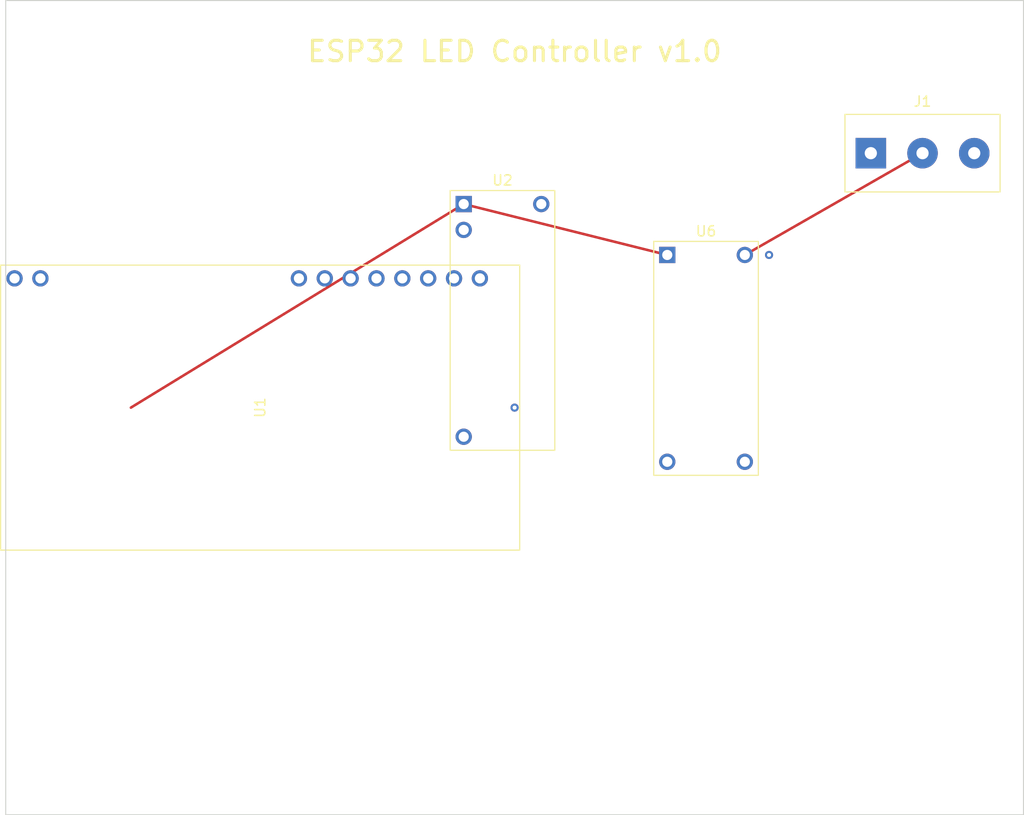
<source format=kicad_pcb>
(kicad_pcb (version 20221018) (generator pcbnew)
  (layers (0 "F.Cu" signal) (31 "B.Cu" signal) (34 "B.Paste" user) (35 "F.Paste" user) (36 "B.SilkS" user "B.Silkscreen") (37 "F.SilkS" user "F.Silkscreen") (38 "B.Mask" user) (39 "F.Mask" user) (44 "Edge.Cuts" user))
  (net 0 "")
  (net 1 "GND")
  (net 2 "VCC")
  (net 3 "GPIO2")
  (net 4 "GPIO4")
  (net 5 "GPIO5")
  (net 6 "GPIO18")
  (net 7 "GPIO19")
  (net 8 "GPIO21")
  (net 9 "GPIO22")
  (net 10 "GPIO23")
  (footprint "Module:ESP32-DevKitC" (layer "F.Cu") (at 25 40 270)
    (fp_text reference "U1" (at 0 0 270) (layer "F.SilkS"))
    (fp_text value "ESP32-DevKitC")
    (fp_rect (start -14 -25.5) (end 14 25.5) (stroke (width 0.12)) (fill none) (layer "F.SilkS"))
    (pad "1" thru_hole oval (at -12.7 24.13 270) (size 1.6 1.6) (drill 1) (layers "*.Cu" "*.Mask") (net 1 "GND"))
    (pad "2" thru_hole oval (at -12.7 21.59 270) (size 1.6 1.6) (drill 1) (layers "*.Cu" "*.Mask") (net 2 "VCC"))
    (pad "10" thru_hole oval (at -12.7 -3.81 270) (size 1.6 1.6) (drill 1) (layers "*.Cu" "*.Mask") (net 3 "GPIO2"))
    (pad "11" thru_hole oval (at -12.7 -6.35 270) (size 1.6 1.6) (drill 1) (layers "*.Cu" "*.Mask") (net 4 "GPIO4"))
    (pad "12" thru_hole oval (at -12.7 -8.89 270) (size 1.6 1.6) (drill 1) (layers "*.Cu" "*.Mask") (net 5 "GPIO5"))
    (pad "13" thru_hole oval (at -12.7 -11.43 270) (size 1.6 1.6) (drill 1) (layers "*.Cu" "*.Mask") (net 6 "GPIO18"))
    (pad "14" thru_hole oval (at -12.7 -13.97 270) (size 1.6 1.6) (drill 1) (layers "*.Cu" "*.Mask") (net 7 "GPIO19"))
    (pad "15" thru_hole oval (at -12.7 -16.51 270) (size 1.6 1.6) (drill 1) (layers "*.Cu" "*.Mask") (net 8 "GPIO21"))
    (pad "16" thru_hole oval (at -12.7 -19.05 270) (size 1.6 1.6) (drill 1) (layers "*.Cu" "*.Mask") (net 9 "GPIO22"))
    (pad "17" thru_hole oval (at -12.7 -21.59 270) (size 1.6 1.6) (drill 1) (layers "*.Cu" "*.Mask") (net 10 "GPIO23"))
  )
  (footprint "Package_DIP:DIP-20_W7.62mm" (layer "F.Cu") (at 45 20)
    (fp_text reference "U2" (at 3.81 -2.33) (layer "F.SilkS"))
    (fp_text value "74HCT245")
    (fp_rect (start -1.33 -1.33) (end 8.95 24.19) (stroke (width 0.12)) (fill none) (layer "F.SilkS"))
    (pad "1" thru_hole rect (at 0 0) (size 1.6 1.6) (drill 1) (layers "*.Cu" "*.Mask") (net 1 "GND"))
    (pad "2" thru_hole oval (at 0 2.54) (size 1.6 1.6) (drill 1) (layers "*.Cu" "*.Mask") (net 3 "GPIO2"))
    (pad "10" thru_hole oval (at 0 22.86) (size 1.6 1.6) (drill 1) (layers "*.Cu" "*.Mask") (net 1 "GND"))
    (pad "20" thru_hole oval (at 7.62 0) (size 1.6 1.6) (drill 1) (layers "*.Cu" "*.Mask") (net 2 "VCC"))
  )
  (footprint "Package_DIP:DIP-18_W7.62mm" (layer "F.Cu") (at 65 25)
    (fp_text reference "U6" (at 3.81 -2.33) (layer "F.SilkS"))
    (fp_text value "ULN2803A")
    (fp_rect (start -1.33 -1.33) (end 8.95 21.65) (stroke (width 0.12)) (fill none) (layer "F.SilkS"))
    (pad "1" thru_hole rect (at 0 0) (size 1.6 1.6) (drill 1) (layers "*.Cu" "*.Mask") (net 3 "GPIO2"))
    (pad "9" thru_hole oval (at 0 20.32) (size 1.6 1.6) (drill 1) (layers "*.Cu" "*.Mask") (net 2 "VCC"))
    (pad "10" thru_hole oval (at 7.62 20.32) (size 1.6 1.6) (drill 1) (layers "*.Cu" "*.Mask") (net 1 "GND"))
    (pad "18" thru_hole oval (at 7.62 0) (size 1.6 1.6) (drill 1) (layers "*.Cu" "*.Mask") (net 11 "LED_OUT_1"))
  )
  (footprint "TerminalBlock:TerminalBlock_bornier-3_P5.08mm" (layer "F.Cu") (at 85 15)
    (fp_text reference "J1" (at 5.08 -5.08) (layer "F.SilkS"))
    (fp_text value "LED_OUT_1")
    (fp_rect (start -2.54 -3.81) (end 12.7 3.81) (stroke (width 0.12)) (fill none) (layer "F.SilkS"))
    (pad "1" thru_hole rect (at 0 0) (size 3 3) (drill 1.2) (layers "*.Cu" "*.Mask") (net 2 "VCC"))
    (pad "2" thru_hole circle (at 5.08 0) (size 3 3) (drill 1.2) (layers "*.Cu" "*.Mask") (net 11 "LED_OUT_1"))
    (pad "3" thru_hole circle (at 10.16 0) (size 3 3) (drill 1.2) (layers "*.Cu" "*.Mask") (net 1 "GND"))
  )
  (gr_rect (start 0 0) (end 100 80) (stroke (width 0.1)) (fill none) (layer "Edge.Cuts"))
  (gr_text "ESP32 LED Controller v1.0" (at 50 5) (layer "F.SilkS") (effects (font (size 2 2) (thickness 0.3) bold)))
  (segment (start 12.3 40) (end 45 20) (width 0.25) (layer "F.Cu") (net 3))
  (segment (start 45 20) (end 65 25) (width 0.25) (layer "F.Cu") (net 3))
  (segment (start 72.62 25) (end 90.08 15) (width 0.25) (layer "F.Cu") (net 11))
  (via (at 50 40) (size 0.8) (drill 0.4) (layers "F.Cu" "B.Cu") (net 1))
  (via (at 75 25) (size 0.8) (drill 0.4) (layers "F.Cu" "B.Cu") (net 2))
)
</source>
